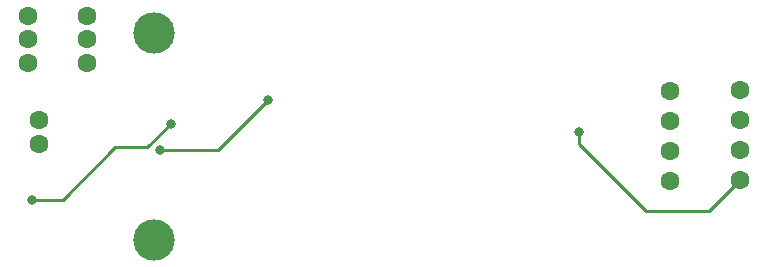
<source format=gbr>
G04 #@! TF.GenerationSoftware,KiCad,Pcbnew,5.0.2+dfsg1-1~bpo9+1*
G04 #@! TF.CreationDate,2020-02-22T15:05:15+00:00*
G04 #@! TF.ProjectId,tiny_powerbank_alyzer,74696e79-5f70-46f7-9765-7262616e6b5f,rev?*
G04 #@! TF.SameCoordinates,Original*
G04 #@! TF.FileFunction,Copper,L2,Bot*
G04 #@! TF.FilePolarity,Positive*
%FSLAX46Y46*%
G04 Gerber Fmt 4.6, Leading zero omitted, Abs format (unit mm)*
G04 Created by KiCad (PCBNEW 5.0.2+dfsg1-1~bpo9+1) date Sat 22 Feb 2020 15:05:15 GMT*
%MOMM*%
%LPD*%
G01*
G04 APERTURE LIST*
G04 #@! TA.AperFunction,ComponentPad*
%ADD10C,1.600000*%
G04 #@! TD*
G04 #@! TA.AperFunction,ComponentPad*
%ADD11C,3.500000*%
G04 #@! TD*
G04 #@! TA.AperFunction,ViaPad*
%ADD12C,0.800000*%
G04 #@! TD*
G04 #@! TA.AperFunction,Conductor*
%ADD13C,0.250000*%
G04 #@! TD*
G04 APERTURE END LIST*
D10*
G04 #@! TO.P,U1,1*
G04 #@! TO.N,Net-(SW1-Pad2)*
X101815900Y-56337200D03*
G04 #@! TO.P,U1,2*
G04 #@! TO.N,Net-(SW2-Pad2)*
X101815900Y-54305200D03*
G04 #@! TD*
G04 #@! TO.P,U2,1*
G04 #@! TO.N,Net-(SW1-Pad2)*
X155270200Y-59461400D03*
G04 #@! TO.P,U2,2*
G04 #@! TO.N,Net-(SW2-Pad1)*
X155270200Y-56921400D03*
G04 #@! TO.P,U2,3*
G04 #@! TO.N,Net-(U2-Pad3)*
X155270200Y-54381400D03*
G04 #@! TO.P,U2,4*
G04 #@! TO.N,Net-(U2-Pad4)*
X155270200Y-51841400D03*
G04 #@! TD*
G04 #@! TO.P,U4,2*
G04 #@! TO.N,Net-(SW1-Pad2)*
X161163000Y-54274720D03*
G04 #@! TO.P,U4,3*
G04 #@! TO.N,Net-(U4-Pad3)*
X161163000Y-56829960D03*
G04 #@! TO.P,U4,4*
G04 #@! TO.N,Net-(U3-Pad7)*
X161157920Y-59359800D03*
G04 #@! TO.P,U4,1*
G04 #@! TO.N,Net-(SW2-Pad1)*
X161163000Y-51734720D03*
G04 #@! TD*
D11*
G04 #@! TO.P,U5,1*
G04 #@! TO.N,Net-(U5-Pad1)*
X111607600Y-46901100D03*
G04 #@! TD*
G04 #@! TO.P,U6,1*
G04 #@! TO.N,Net-(U6-Pad1)*
X111607600Y-64452500D03*
G04 #@! TD*
D10*
G04 #@! TO.P,SW2,4*
G04 #@! TO.N,N/C*
X105892600Y-49461420D03*
G04 #@! TO.P,SW2,5*
X105892600Y-47459900D03*
G04 #@! TO.P,SW2,6*
X105892600Y-45458380D03*
G04 #@! TO.P,SW2,1*
G04 #@! TO.N,Net-(SW2-Pad1)*
X100888800Y-49461420D03*
G04 #@! TO.P,SW2,2*
G04 #@! TO.N,Net-(SW2-Pad2)*
X100888800Y-47459900D03*
G04 #@! TO.P,SW2,3*
G04 #@! TO.N,Net-(SW2-Pad3)*
X100888800Y-45458380D03*
G04 #@! TD*
D12*
G04 #@! TO.N,Net-(SW1-Pad1)*
X101257100Y-61074300D03*
X113042700Y-54597300D03*
G04 #@! TO.N,Net-(U2-Pad4)*
X121259600Y-52616100D03*
X112073043Y-56850812D03*
G04 #@! TO.N,Net-(U3-Pad7)*
X147572899Y-55322301D03*
G04 #@! TD*
D13*
G04 #@! TO.N,Net-(SW1-Pad1)*
X101257100Y-61074300D02*
X103860600Y-61074300D01*
X103860600Y-61074300D02*
X108318300Y-56616600D01*
X111023400Y-56616600D02*
X113042700Y-54597300D01*
X108318300Y-56616600D02*
X111023400Y-56616600D01*
G04 #@! TO.N,Net-(U2-Pad4)*
X117024888Y-56850812D02*
X112073043Y-56850812D01*
X121259600Y-52616100D02*
X117024888Y-56850812D01*
G04 #@! TO.N,Net-(U3-Pad7)*
X147572899Y-55322301D02*
X147572899Y-56336099D01*
X147572899Y-56336099D02*
X153200100Y-61963300D01*
X158554420Y-61963300D02*
X161157920Y-59359800D01*
X153200100Y-61963300D02*
X158554420Y-61963300D01*
G04 #@! TD*
M02*

</source>
